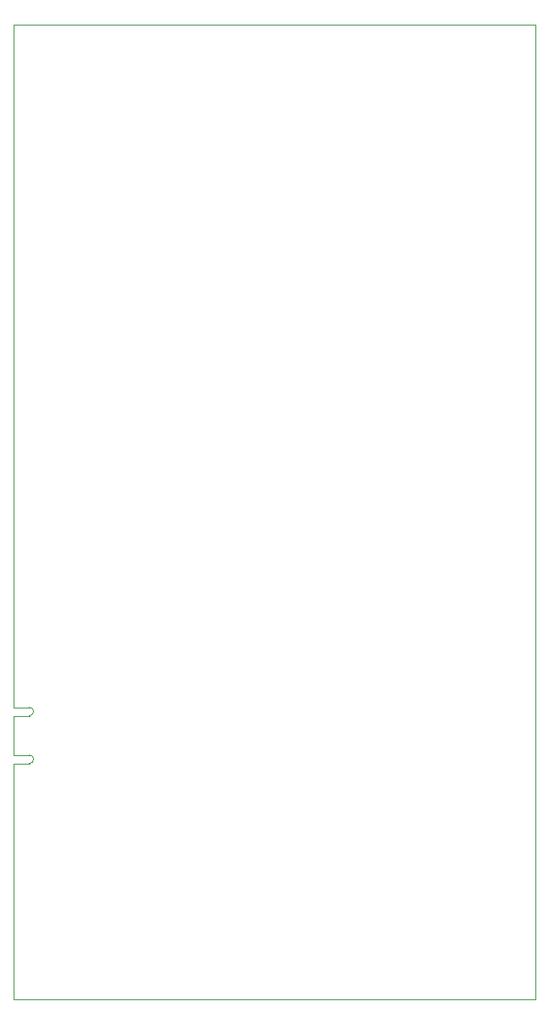
<source format=gm1>
G04 #@! TF.GenerationSoftware,KiCad,Pcbnew,7.0.9+1*
G04 #@! TF.CreationDate,2023-12-16T14:52:45+01:00*
G04 #@! TF.ProjectId,byron,6279726f-6e2e-46b6-9963-61645f706362,rev?*
G04 #@! TF.SameCoordinates,Original*
G04 #@! TF.FileFunction,Profile,NP*
%FSLAX46Y46*%
G04 Gerber Fmt 4.6, Leading zero omitted, Abs format (unit mm)*
G04 Created by KiCad (PCBNEW 7.0.9+1) date 2023-12-16 14:52:45*
%MOMM*%
%LPD*%
G01*
G04 APERTURE LIST*
G04 #@! TA.AperFunction,Profile*
%ADD10C,0.100000*%
G04 #@! TD*
G04 APERTURE END LIST*
D10*
X87700000Y-30950000D02*
X87700000Y-97950000D01*
X87700000Y-105450000D02*
X87700000Y-127950000D01*
X139700000Y-30950000D02*
X87700000Y-30950000D01*
X139700000Y-127950000D02*
X139700000Y-30950000D01*
X87700000Y-127950000D02*
X139700000Y-127950000D01*
X87700000Y-97950000D02*
X87700000Y-98900000D01*
X89275000Y-98900000D02*
X87700000Y-98900000D01*
X89275000Y-99750000D02*
X87700000Y-99750000D01*
X87700000Y-99750000D02*
X87700000Y-103650000D01*
X89275000Y-103650000D02*
X87700000Y-103650000D01*
X89275000Y-104500000D02*
X87700000Y-104500000D01*
X87700000Y-104500000D02*
X87700000Y-105450000D01*
X89275000Y-99750000D02*
G75*
G03*
X89275000Y-98900000I0J425000D01*
G01*
X89275000Y-104500000D02*
G75*
G03*
X89275000Y-103650000I0J425000D01*
G01*
M02*

</source>
